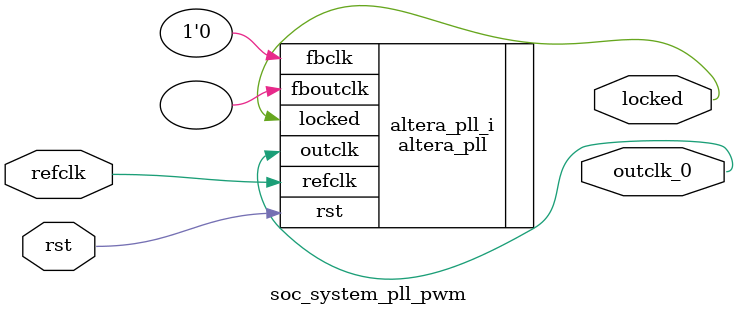
<source format=v>
`timescale 1ns/10ps
module  soc_system_pll_pwm(

	// interface 'refclk'
	input wire refclk,

	// interface 'reset'
	input wire rst,

	// interface 'outclk0'
	output wire outclk_0,

	// interface 'locked'
	output wire locked
);

	altera_pll #(
		.fractional_vco_multiplier("false"),
		.reference_clock_frequency("25.0 MHz"),
		.operation_mode("direct"),
		.number_of_clocks(1),
		.output_clock_frequency0("125.500000 MHz"),
		.phase_shift0("0 ps"),
		.duty_cycle0(50),
		.output_clock_frequency1("0 MHz"),
		.phase_shift1("0 ps"),
		.duty_cycle1(50),
		.output_clock_frequency2("0 MHz"),
		.phase_shift2("0 ps"),
		.duty_cycle2(50),
		.output_clock_frequency3("0 MHz"),
		.phase_shift3("0 ps"),
		.duty_cycle3(50),
		.output_clock_frequency4("0 MHz"),
		.phase_shift4("0 ps"),
		.duty_cycle4(50),
		.output_clock_frequency5("0 MHz"),
		.phase_shift5("0 ps"),
		.duty_cycle5(50),
		.output_clock_frequency6("0 MHz"),
		.phase_shift6("0 ps"),
		.duty_cycle6(50),
		.output_clock_frequency7("0 MHz"),
		.phase_shift7("0 ps"),
		.duty_cycle7(50),
		.output_clock_frequency8("0 MHz"),
		.phase_shift8("0 ps"),
		.duty_cycle8(50),
		.output_clock_frequency9("0 MHz"),
		.phase_shift9("0 ps"),
		.duty_cycle9(50),
		.output_clock_frequency10("0 MHz"),
		.phase_shift10("0 ps"),
		.duty_cycle10(50),
		.output_clock_frequency11("0 MHz"),
		.phase_shift11("0 ps"),
		.duty_cycle11(50),
		.output_clock_frequency12("0 MHz"),
		.phase_shift12("0 ps"),
		.duty_cycle12(50),
		.output_clock_frequency13("0 MHz"),
		.phase_shift13("0 ps"),
		.duty_cycle13(50),
		.output_clock_frequency14("0 MHz"),
		.phase_shift14("0 ps"),
		.duty_cycle14(50),
		.output_clock_frequency15("0 MHz"),
		.phase_shift15("0 ps"),
		.duty_cycle15(50),
		.output_clock_frequency16("0 MHz"),
		.phase_shift16("0 ps"),
		.duty_cycle16(50),
		.output_clock_frequency17("0 MHz"),
		.phase_shift17("0 ps"),
		.duty_cycle17(50),
		.pll_type("General"),
		.pll_subtype("General")
	) altera_pll_i (
		.rst	(rst),
		.outclk	({outclk_0}),
		.locked	(locked),
		.fboutclk	( ),
		.fbclk	(1'b0),
		.refclk	(refclk)
	);
endmodule


</source>
